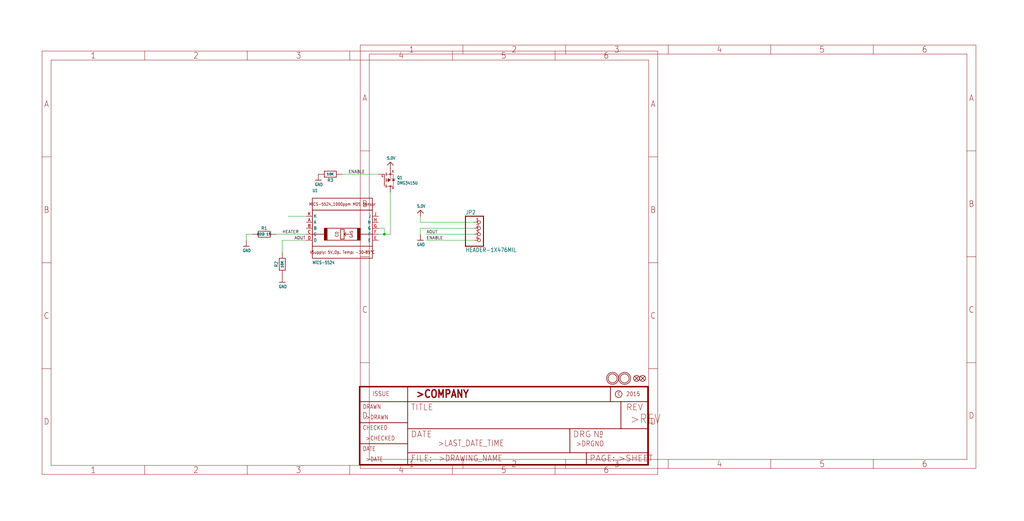
<source format=kicad_sch>
(kicad_sch (version 20211123) (generator eeschema)
  (paper "User" 433.07 220.421)
  (lib_symbols
    (symbol "schematicEagle-eagle-import:5.0V" (power)
      (property "Value" "5.0V" (at -1.524 1.016 0))
      (symbol "5.0V_1_0"
        (polyline (pts (xy -1.27 -1.27) (xy 0 0)) (stroke (width 0.254)))
        (polyline (pts (xy 0 0) (xy 1.27 -1.27)) (stroke (width 0.254)))
        (pin power_in line (at 0 -2.54 90) (length 2.54) (name "5.0V") (number "1"))
      )
    )
    (symbol "schematicEagle-eagle-import:FIDUCIAL{dblquote}{dblquote}"
      (symbol "FIDUCIAL{dblquote}{dblquote}_1_0"
        (polyline (pts (xy -0.762 0.762) (xy 0.762 -0.762)) (stroke (width 0.254)))
        (polyline (pts (xy 0.762 0.762) (xy -0.762 -0.762)) (stroke (width 0.254)))
        (circle (center 0 0) (radius 1.27) (stroke (width 0.254)))
      )
    )
    (symbol "schematicEagle-eagle-import:FRAME_A4"
      (symbol "FRAME_A4_0_0"
        (polyline (pts (xy 0 44.7675) (xy 3.81 44.7675)))
        (polyline (pts (xy 0 89.535) (xy 3.81 89.535)))
        (polyline (pts (xy 0 134.3025) (xy 3.81 134.3025)))
        (polyline (pts (xy 3.81 3.81) (xy 3.81 175.26)))
        (polyline (pts (xy 43.3917 0) (xy 43.3917 3.81)))
        (polyline (pts (xy 43.3917 175.26) (xy 43.3917 179.07)))
        (polyline (pts (xy 86.7833 0) (xy 86.7833 3.81)))
        (polyline (pts (xy 86.7833 175.26) (xy 86.7833 179.07)))
        (polyline (pts (xy 130.175 0) (xy 130.175 3.81)))
        (polyline (pts (xy 130.175 175.26) (xy 130.175 179.07)))
        (polyline (pts (xy 173.5667 0) (xy 173.5667 3.81)))
        (polyline (pts (xy 173.5667 175.26) (xy 173.5667 179.07)))
        (polyline (pts (xy 216.9583 0) (xy 216.9583 3.81)))
        (polyline (pts (xy 216.9583 175.26) (xy 216.9583 179.07)))
        (polyline (pts (xy 256.54 3.81) (xy 3.81 3.81)))
        (polyline (pts (xy 256.54 3.81) (xy 256.54 175.26)))
        (polyline (pts (xy 256.54 44.7675) (xy 260.35 44.7675)))
        (polyline (pts (xy 256.54 89.535) (xy 260.35 89.535)))
        (polyline (pts (xy 256.54 134.3025) (xy 260.35 134.3025)))
        (polyline (pts (xy 256.54 175.26) (xy 3.81 175.26)))
        (polyline (pts (xy 0 0) (xy 260.35 0) (xy 260.35 179.07) (xy 0 179.07) (xy 0 0)))
        (text "1" (at 21.6958 1.905 0) (effects (font (size 2.54 2.286))))
        (text "1" (at 21.6958 177.165 0) (effects (font (size 2.54 2.286))))
        (text "2" (at 65.0875 1.905 0) (effects (font (size 2.54 2.286))))
        (text "2" (at 65.0875 177.165 0) (effects (font (size 2.54 2.286))))
        (text "3" (at 108.4792 1.905 0) (effects (font (size 2.54 2.286))))
        (text "3" (at 108.4792 177.165 0) (effects (font (size 2.54 2.286))))
        (text "4" (at 151.8708 1.905 0) (effects (font (size 2.54 2.286))))
        (text "4" (at 151.8708 177.165 0) (effects (font (size 2.54 2.286))))
        (text "5" (at 195.2625 1.905 0) (effects (font (size 2.54 2.286))))
        (text "5" (at 195.2625 177.165 0) (effects (font (size 2.54 2.286))))
        (text "6" (at 238.6542 1.905 0) (effects (font (size 2.54 2.286))))
        (text "6" (at 238.6542 177.165 0) (effects (font (size 2.54 2.286))))
        (text "A" (at 1.905 156.6863 0) (effects (font (size 2.54 2.286))))
        (text "A" (at 258.445 156.6863 0) (effects (font (size 2.54 2.286))))
        (text "B" (at 1.905 111.9188 0) (effects (font (size 2.54 2.286))))
        (text "B" (at 258.445 111.9188 0) (effects (font (size 2.54 2.286))))
        (text "C" (at 1.905 67.1513 0) (effects (font (size 2.54 2.286))))
        (text "C" (at 258.445 67.1513 0) (effects (font (size 2.54 2.286))))
        (text "D" (at 1.905 22.3838 0) (effects (font (size 2.54 2.286))))
        (text "D" (at 258.445 22.3838 0) (effects (font (size 2.54 2.286))))
      )
      (symbol "FRAME_A4_1_0"
        (polyline (pts (xy 256.54 3.81) (xy 256.54 8.89)) (stroke (width 0.1016)))
        (polyline (pts (xy 256.54 8.89) (xy 256.54 13.97)) (stroke (width 0.1016)))
        (polyline (pts (xy 256.54 13.97) (xy 256.54 19.05)) (stroke (width 0.1016)))
        (polyline (pts (xy 256.54 19.05) (xy 256.54 36.83)) (stroke (width 0.1016)))
      )
      (symbol "FRAME_A4_2_0"
        (polyline (pts (xy -0.3048 1.5748) (xy 20.0152 1.5748)) (stroke (width 0.6096)))
        (polyline (pts (xy -0.3048 10.4648) (xy -0.3048 1.5748)) (stroke (width 0.6096)))
        (polyline (pts (xy -0.3048 10.4648) (xy 20.0152 10.4648)) (stroke (width 0.3048)))
        (polyline (pts (xy -0.3048 19.3548) (xy -0.3048 10.4648)) (stroke (width 0.6096)))
        (polyline (pts (xy -0.3048 19.3548) (xy 20.0152 19.3548)) (stroke (width 0.3048)))
        (polyline (pts (xy -0.3048 28.2448) (xy -0.3048 19.3548)) (stroke (width 0.6096)))
        (polyline (pts (xy -0.3048 28.2448) (xy 20.0152 28.2448)) (stroke (width 0.3048)))
        (polyline (pts (xy -0.3048 34.5948) (xy -0.3048 28.2448)) (stroke (width 0.6096)))
        (polyline (pts (xy 20.0152 1.5748) (xy 20.0152 6.6548)) (stroke (width 0.3048)))
        (polyline (pts (xy 20.0152 1.5748) (xy 95.5802 1.5748)) (stroke (width 0.6096)))
        (polyline (pts (xy 20.0152 6.6548) (xy 20.0152 10.4648)) (stroke (width 0.3048)))
        (polyline (pts (xy 20.0152 6.6548) (xy 88.5952 6.6548)) (stroke (width 0.3048)))
        (polyline (pts (xy 20.0152 10.4648) (xy 20.0152 16.8148)) (stroke (width 0.3048)))
        (polyline (pts (xy 20.0152 16.8148) (xy 20.0152 19.3548)) (stroke (width 0.3048)))
        (polyline (pts (xy 20.0152 19.3548) (xy 20.0152 28.2448)) (stroke (width 0.3048)))
        (polyline (pts (xy 20.0152 28.2448) (xy 20.0152 34.5948)) (stroke (width 0.3048)))
        (polyline (pts (xy 20.0152 28.2448) (xy 105.7402 28.2448)) (stroke (width 0.3048)))
        (polyline (pts (xy 20.0152 34.5948) (xy -0.3048 34.5948)) (stroke (width 0.6096)))
        (polyline (pts (xy 88.5952 6.6548) (xy 95.5802 6.6548)) (stroke (width 0.3048)))
        (polyline (pts (xy 88.5952 16.8148) (xy 20.0152 16.8148)) (stroke (width 0.3048)))
        (polyline (pts (xy 88.5952 16.8148) (xy 88.5952 6.6548)) (stroke (width 0.3048)))
        (polyline (pts (xy 95.5802 1.5748) (xy 121.6152 1.5748)) (stroke (width 0.6096)))
        (polyline (pts (xy 95.5802 6.6548) (xy 95.5802 1.5748)) (stroke (width 0.3048)))
        (polyline (pts (xy 95.5802 6.6548) (xy 121.6152 6.6548)) (stroke (width 0.3048)))
        (polyline (pts (xy 101.2952 13.3223) (xy 102.2477 13.3223)) (stroke (width 0.254)))
        (polyline (pts (xy 105.7402 28.2448) (xy 105.7402 34.5948)) (stroke (width 0.3048)))
        (polyline (pts (xy 105.7402 28.2448) (xy 110.1852 28.2448)) (stroke (width 0.3048)))
        (polyline (pts (xy 105.7402 34.5948) (xy 20.0152 34.5948)) (stroke (width 0.6096)))
        (polyline (pts (xy 110.1852 16.8148) (xy 88.5952 16.8148)) (stroke (width 0.3048)))
        (polyline (pts (xy 110.1852 28.2448) (xy 110.1852 16.8148)) (stroke (width 0.3048)))
        (polyline (pts (xy 110.1852 28.2448) (xy 121.6152 28.2448)) (stroke (width 0.3048)))
        (polyline (pts (xy 121.6152 6.6548) (xy 121.6152 1.5748)) (stroke (width 0.6096)))
        (polyline (pts (xy 121.6152 16.8148) (xy 110.1852 16.8148)) (stroke (width 0.3048)))
        (polyline (pts (xy 121.6152 16.8148) (xy 121.6152 6.6548)) (stroke (width 0.6096)))
        (polyline (pts (xy 121.6152 28.2448) (xy 121.6152 16.8148)) (stroke (width 0.6096)))
        (polyline (pts (xy 121.6152 34.5948) (xy 105.7402 34.5948)) (stroke (width 0.6096)))
        (polyline (pts (xy 121.6152 34.5948) (xy 121.6152 28.2448)) (stroke (width 0.6096)))
        (circle (center 109.2327 31.4198) (radius 1.4199) (stroke (width 0.254)))
        (text "2015" (at 112.4077 30.4673 0) (effects (font (size 1.778 1.5113)) (justify left bottom)))
        (text ">CHECKED" (at 2.2352 11.7348 0) (effects (font (size 1.778 1.5113)) (justify left bottom)))
        (text ">COMPANY" (at 23.349 29.6735 0) (effects (font (size 3.175 2.6987) (thickness 0.5397) bold) (justify left bottom)))
        (text ">DATE" (at 2.2352 2.8448 0) (effects (font (size 1.778 1.5113)) (justify left bottom)))
        (text ">DRAWING_NAME" (at 33.0327 2.8448 0) (effects (font (size 2.54 2.159)) (justify left bottom)))
        (text ">DRAWN" (at 2.2352 20.6248 0) (effects (font (size 1.778 1.5113)) (justify left bottom)))
        (text ">DRGNO" (at 91.1352 9.1948 0) (effects (font (size 2.1844 1.8567)) (justify left bottom)))
        (text ">LAST_DATE_TIME" (at 32.7152 9.1948 0) (effects (font (size 2.54 2.159)) (justify left bottom)))
        (text ">REV" (at 113.9952 18.7198 0) (effects (font (size 3.81 3.2385)) (justify left bottom)))
        (text ">SHEET" (at 108.9152 2.8448 0) (effects (font (size 2.54 2.54)) (justify left bottom)))
        (text "C" (at 108.7564 30.7848 0) (effects (font (size 1.27 1.0795)) (justify left bottom)))
        (text "CHECKED" (at 0.9652 16.1798 0) (effects (font (size 1.778 1.5113)) (justify left bottom)))
        (text "DATE" (at 0.9652 7.2898 0) (effects (font (size 1.778 1.5113)) (justify left bottom)))
        (text "DATE" (at 21.2852 13.0048 0) (effects (font (size 2.54 2.54)) (justify left bottom)))
        (text "DRAWN" (at 0.9652 25.0698 0) (effects (font (size 1.778 1.5113)) (justify left bottom)))
        (text "DRG" (at 89.8652 13.0048 0) (effects (font (size 2.54 2.54)) (justify left bottom)))
        (text "FILE:" (at 21.2852 2.8448 0) (effects (font (size 2.54 2.54)) (justify left bottom)))
        (text "ISSUE" (at 5.0927 30.4673 0) (effects (font (size 1.9304 1.6408)) (justify left bottom)))
        (text "N" (at 98.4377 13.0048 0) (effects (font (size 2.54 2.54)) (justify left bottom)))
        (text "o" (at 100.9777 13.9573 0) (effects (font (size 2.1844 1.8567)) (justify left bottom)))
        (text "PAGE:" (at 96.8502 2.8448 0) (effects (font (size 2.54 2.54)) (justify left bottom)))
        (text "REV" (at 112.4077 24.4348 0) (effects (font (size 2.54 2.54)) (justify left bottom)))
        (text "TITLE" (at 21.2852 24.4348 0) (effects (font (size 2.54 2.54)) (justify left bottom)))
      )
    )
    (symbol "schematicEagle-eagle-import:GND" (power)
      (property "Value" "GND" (at -1.524 -2.54 0))
      (symbol "GND_1_0"
        (polyline (pts (xy -1.27 0) (xy 1.27 0)) (stroke (width 0.254)))
        (pin power_in line (at 0 2.54 270) (length 2.54) (name "GND") (number "1"))
      )
    )
    (symbol "schematicEagle-eagle-import:HEADER-1X476MIL"
      (property "Reference" "JP" (at -6.35 8.255 0))
      (property "Value" "HEADER-1X476MIL" (at -6.35 -7.62 0))
      (symbol "HEADER-1X476MIL_1_0"
        (polyline (pts (xy -6.35 -5.08) (xy 1.27 -5.08)) (stroke (width 0.4064)))
        (polyline (pts (xy -6.35 7.62) (xy -6.35 -5.08)) (stroke (width 0.4064)))
        (polyline (pts (xy 1.27 -5.08) (xy 1.27 7.62)) (stroke (width 0.4064)))
        (polyline (pts (xy 1.27 7.62) (xy -6.35 7.62)) (stroke (width 0.4064)))
        (pin passive inverted (at -2.54 5.08 0) (length 2.54) (name "1") (number "1"))
        (pin passive inverted (at -2.54 2.54 0) (length 2.54) (name "2") (number "2"))
        (pin passive inverted (at -2.54 0 0) (length 2.54) (name "3") (number "3"))
        (pin passive inverted (at -2.54 -2.54 0) (length 2.54) (name "4") (number "4"))
      )
    )
    (symbol "schematicEagle-eagle-import:MICS-5524"
      (property "Reference" "U" (at -12.7 15.24 0))
      (property "Value" "MICS-5524" (at -12.7 -15.24 0))
      (symbol "MICS-5524_1_0"
        (rectangle (start -7.62 -5.08) (end -6.35 0) (fill (type outline)))
        (polyline (pts (xy -12.7 -12.7) (xy 12.7 -12.7)) (stroke (width 0.254)))
        (polyline (pts (xy -12.7 -7.62) (xy -12.7 -12.7)) (stroke (width 0.254)))
        (polyline (pts (xy -12.7 -7.62) (xy -12.7 -2.54)) (stroke (width 0.254)))
        (polyline (pts (xy -12.7 -2.54) (xy -12.7 -7.62)) (stroke (width 0.254)))
        (polyline (pts (xy -12.7 -2.54) (xy -12.7 7.62)) (stroke (width 0.254)))
        (polyline (pts (xy -12.7 -2.54) (xy -7.62 -2.54)) (stroke (width 0.254)))
        (polyline (pts (xy -12.7 7.62) (xy -12.7 -2.54)) (stroke (width 0.254)))
        (polyline (pts (xy -12.7 7.62) (xy -12.7 12.7)) (stroke (width 0.254)))
        (polyline (pts (xy -12.7 7.62) (xy 12.7 7.62)) (stroke (width 0.254)))
        (polyline (pts (xy -12.7 12.7) (xy 12.7 12.7)) (stroke (width 0.254)))
        (polyline (pts (xy -7.62 -5.08) (xy 7.62 -5.08)) (stroke (width 0.254)))
        (polyline (pts (xy -7.62 -2.54) (xy -7.62 -5.08)) (stroke (width 0.254)))
        (polyline (pts (xy -7.62 0) (xy -7.62 -2.54)) (stroke (width 0.254)))
        (polyline (pts (xy -0.762 -4.572) (xy -0.762 -0.508)) (stroke (width 0.254)))
        (polyline (pts (xy -0.762 -0.508) (xy 0.762 -0.508)) (stroke (width 0.254)))
        (polyline (pts (xy 0.762 -4.572) (xy -0.762 -4.572)) (stroke (width 0.254)))
        (polyline (pts (xy 0.762 -2.54) (xy 0.762 -4.572)) (stroke (width 0.254)))
        (polyline (pts (xy 0.762 -2.54) (xy 1.524 -3.302)) (stroke (width 0.254)))
        (polyline (pts (xy 0.762 -2.54) (xy 1.524 -1.778)) (stroke (width 0.254)))
        (polyline (pts (xy 0.762 -0.508) (xy 0.762 -2.54)) (stroke (width 0.254)))
        (polyline (pts (xy 1.016 -2.54) (xy 2.794 -2.54)) (stroke (width 0.254)))
        (polyline (pts (xy 7.62 -5.08) (xy 7.62 -2.54)) (stroke (width 0.254)))
        (polyline (pts (xy 7.62 -2.54) (xy 7.62 0)) (stroke (width 0.254)))
        (polyline (pts (xy 7.62 0) (xy -7.62 0)) (stroke (width 0.254)))
        (polyline (pts (xy 12.7 -12.7) (xy 12.7 -7.62)) (stroke (width 0.254)))
        (polyline (pts (xy 12.7 -7.62) (xy -12.7 -7.62)) (stroke (width 0.254)))
        (polyline (pts (xy 12.7 -2.54) (xy 7.62 -2.54)) (stroke (width 0.254)))
        (polyline (pts (xy 12.7 -2.54) (xy 12.7 -7.62)) (stroke (width 0.254)))
        (polyline (pts (xy 12.7 7.62) (xy -12.7 7.62)) (stroke (width 0.254)))
        (polyline (pts (xy 12.7 7.62) (xy 12.7 -2.54)) (stroke (width 0.254)))
        (polyline (pts (xy 12.7 12.7) (xy 12.7 7.62)) (stroke (width 0.254)))
        (rectangle (start 6.35 -5.08) (end 7.62 0) (fill (type outline)))
        (text "CO" (at -2.286 -2.54 900) (effects (font (size 1.27 1.0795))))
        (text "GAS" (at 3.81 -2.54 900) (effects (font (size 1.27 1.0795))))
        (text "MiCS-5524_1000ppm MOS Sensor" (at 0 10.16 0) (effects (font (size 1.27 1.0795))))
        (text "VSupply: 5V_Op. Temp: -30~85°C" (at 0 -10.16 0) (effects (font (size 1.27 1.0795))))
        (pin bidirectional line (at -15.24 2.54 0) (length 2.54) (name "A") (number "A"))
        (pin bidirectional line (at -15.24 0 0) (length 2.54) (name "B") (number "B"))
        (pin bidirectional line (at -15.24 -2.54 0) (length 2.54) (name "C") (number "C"))
        (pin bidirectional line (at -15.24 -5.08 0) (length 2.54) (name "D") (number "D"))
        (pin bidirectional line (at 15.24 -5.08 180) (length 2.54) (name "E") (number "E"))
        (pin bidirectional line (at 15.24 -2.54 180) (length 2.54) (name "F") (number "F"))
        (pin bidirectional line (at 15.24 0 180) (length 2.54) (name "G") (number "G"))
        (pin bidirectional line (at 15.24 2.54 180) (length 2.54) (name "H") (number "H"))
        (pin bidirectional line (at 15.24 5.08 180) (length 2.54) (name "J") (number "J"))
        (pin bidirectional line (at -15.24 5.08 0) (length 2.54) (name "K") (number "K"))
      )
    )
    (symbol "schematicEagle-eagle-import:MOSFET-PWIDE"
      (property "Reference" "Q" (at 2.794 0.381 0))
      (property "Value" "MOSFET-PWIDE" (at 2.794 -1.905 0))
      (symbol "MOSFET-PWIDE_1_0"
        (circle (center 0 -2.54) (radius 0.3592))
        (polyline (pts (xy -2.54 -2.54) (xy -2.54 2.54)) (stroke (width 0.254)))
        (polyline (pts (xy -1.778 -3.175) (xy -1.778 -2.54)) (stroke (width 0.254)))
        (polyline (pts (xy -1.778 -2.54) (xy -1.778 -1.905)) (stroke (width 0.254)))
        (polyline (pts (xy -1.778 -2.54) (xy 1.27 -2.54)) (stroke (width 0.1524)))
        (polyline (pts (xy -1.778 -0.762) (xy -1.778 0)) (stroke (width 0.254)))
        (polyline (pts (xy -1.778 0) (xy -1.778 0.762)) (stroke (width 0.254)))
        (polyline (pts (xy -1.778 0) (xy 0 0)) (stroke (width 0.1524)))
        (polyline (pts (xy -1.778 1.905) (xy -1.778 2.54)) (stroke (width 0.254)))
        (polyline (pts (xy -1.778 2.54) (xy -1.778 3.175)) (stroke (width 0.254)))
        (polyline (pts (xy 0 0) (xy 0 2.54)) (stroke (width 0.1524)))
        (polyline (pts (xy 0 2.54) (xy -1.778 2.54)) (stroke (width 0.1524)))
        (polyline (pts (xy 0 2.54) (xy 1.27 2.54)) (stroke (width 0.1524)))
        (polyline (pts (xy 0.508 0.762) (xy 0.762 0.508)) (stroke (width 0.1524)))
        (polyline (pts (xy 0.762 0.508) (xy 1.27 0.508)) (stroke (width 0.1524)))
        (polyline (pts (xy 1.27 -2.54) (xy 1.27 0.508)) (stroke (width 0.1524)))
        (polyline (pts (xy 1.27 0.508) (xy 1.27 2.54)) (stroke (width 0.1524)))
        (polyline (pts (xy 1.27 0.508) (xy 1.778 0.508)) (stroke (width 0.1524)))
        (polyline (pts (xy 1.778 0.508) (xy 2.032 0.254)) (stroke (width 0.1524)))
        (polyline (pts (xy 0 0) (xy -1.016 0.762) (xy -1.016 -0.762)) (fill (type outline)))
        (polyline (pts (xy 1.27 0.508) (xy 1.778 -0.254) (xy 0.762 -0.254)) (fill (type outline)))
        (circle (center 0 2.54) (radius 0.3592))
        (text "D" (at 0.635 -3.81 0) (effects (font (size 0.8128 0.6908)) (justify left bottom)))
        (text "G" (at -3.81 1.27 0) (effects (font (size 0.8128 0.6908)) (justify left bottom)))
        (text "S" (at 0.635 3.175 0) (effects (font (size 0.8128 0.6908)) (justify left bottom)))
        (pin passive line (at -5.08 2.54 0) (length 2.54) (name "G") (number "1"))
        (pin passive line (at 0 5.08 270) (length 2.54) (name "S") (number "2"))
        (pin passive line (at 0 -5.08 90) (length 2.54) (name "D") (number "3"))
      )
    )
    (symbol "schematicEagle-eagle-import:MOUNTINGHOLE2.5"
      (symbol "MOUNTINGHOLE2.5_1_0"
        (circle (center 0 0) (radius 1.905) (stroke (width 0.254)))
        (circle (center 0 0) (radius 2.54) (stroke (width 0.254)))
      )
    )
    (symbol "schematicEagle-eagle-import:RESISTOR0805_NOOUTLINE"
      (property "Reference" "R" (at 0 2.54 0))
      (property "Value" "RESISTOR0805_NOOUTLINE" (at 0 0 0))
      (symbol "RESISTOR0805_NOOUTLINE_1_0"
        (polyline (pts (xy -2.54 -1.27) (xy -2.54 1.27)) (stroke (width 0.254)))
        (polyline (pts (xy -2.54 1.27) (xy 2.54 1.27)) (stroke (width 0.254)))
        (polyline (pts (xy 2.54 -1.27) (xy -2.54 -1.27)) (stroke (width 0.254)))
        (polyline (pts (xy 2.54 1.27) (xy 2.54 -1.27)) (stroke (width 0.254)))
        (pin passive line (at -5.08 0 0) (length 2.54) (name "1") (number "1"))
        (pin passive line (at 5.08 0 180) (length 2.54) (name "2") (number "2"))
      )
    )
  )
  (junction (at 162.56 99.06))
  (wire (pts (xy 177.8 96.52) (xy 177.8 99.06)))
  (wire (pts (xy 165.1 99.06) (xy 165.1 81.28)))
  (wire (pts (xy 129.54 91.44) (xy 121.92 91.44)))
  (wire (pts (xy 162.56 99.06) (xy 160.02 99.06)))
  (wire (pts (xy 119.38 101.6) (xy 119.38 106.68)))
  (wire (pts (xy 200.66 101.6) (xy 180.34 101.6)))
  (wire (pts (xy 129.54 101.6) (xy 119.38 101.6)))
  (wire (pts (xy 160.02 96.52) (xy 162.56 96.52)))
  (wire (pts (xy 165.1 99.06) (xy 162.56 99.06)))
  (wire (pts (xy 129.54 99.06) (xy 116.84 99.06)))
  (wire (pts (xy 104.14 99.06) (xy 104.14 101.6)))
  (wire (pts (xy 177.8 93.98) (xy 177.8 91.44)))
  (wire (pts (xy 200.66 93.98) (xy 177.8 93.98)))
  (wire (pts (xy 106.68 99.06) (xy 104.14 99.06)))
  (wire (pts (xy 162.56 96.52) (xy 162.56 99.06)))
  (wire (pts (xy 200.66 99.06) (xy 180.34 99.06)))
  (wire (pts (xy 200.66 96.52) (xy 177.8 96.52)))
  (wire (pts (xy 144.78 73.66) (xy 160.02 73.66)))
  (label "ENABLE" (at 180.34 101.6 0) (effects (font (size 1.2446 1.2446))))
  (label "HEATER" (at 119.38 99.06 0) (effects (font (size 1.2446 1.2446))))
  (label "AOUT" (at 180.34 99.06 0) (effects (font (size 1.2446 1.2446))))
  (label "ENABLE" (at 147.32 73.66 0) (effects (font (size 1.2446 1.2446))))
  (label "AOUT" (at 124.46 101.6 0) (effects (font (size 1.2446 1.2446))))
  (symbol (lib_id "schematicEagle-eagle-import:GND") (at 177.8 101.6 0) (unit 1)
    (property "Reference" "#U$6" (effects hide))
    (property "Value" "GND" (at 176.276 104.14 0) (effects (font (size 1.27 1.0795)) (justify left bottom)))
    (property "Footprint" "schematicEagle:" (effects hide))
  )
  (symbol (lib_id "schematicEagle-eagle-import:FRAME_A4") (at 17.78 200.66 0) (unit 1)
    (property "Reference" "#FRAME1" (effects hide))
    (property "Value" "FRAME_A4" (effects hide))
    (property "Footprint" "schematicEagle:" (effects hide))
  )
  (symbol (lib_id "schematicEagle-eagle-import:RESISTOR0805_NOOUTLINE") (at 119.38 111.76 90) (unit 1)
    (property "Reference" "R2" (at 116.84 111.76 0))
    (property "Value" "10K" (at 119.38 111.76 0) (effects (font (size 1.016 1.016) bold)))
    (property "Footprint" "schematicEagle:0805-NO" (effects hide))
  )
  (symbol (lib_id "schematicEagle-eagle-import:FIDUCIAL{dblquote}{dblquote}") (at 271.78 160.02 0) (unit 1)
    (property "Reference" "FID1" (effects hide))
    (property "Value" "FIDUCIAL\"\"" (effects hide))
    (property "Footprint" "schematicEagle:FIDUCIAL_1MM" (effects hide))
  )
  (symbol (lib_id "schematicEagle-eagle-import:GND") (at 104.14 104.14 0) (unit 1)
    (property "Reference" "#U$2" (effects hide))
    (property "Value" "GND" (at 102.616 106.68 0) (effects (font (size 1.27 1.0795)) (justify left bottom)))
    (property "Footprint" "schematicEagle:" (effects hide))
  )
  (symbol (lib_id "schematicEagle-eagle-import:RESISTOR0805_NOOUTLINE") (at 139.7 73.66 180) (unit 1)
    (property "Reference" "R3" (at 139.7 76.2 0))
    (property "Value" "10K" (at 139.7 73.66 0) (effects (font (size 1.016 1.016) bold)))
    (property "Footprint" "schematicEagle:0805-NO" (effects hide))
  )
  (symbol (lib_id "schematicEagle-eagle-import:MOUNTINGHOLE2.5") (at 264.16 160.02 0) (unit 1)
    (property "Reference" "U$3" (effects hide))
    (property "Value" "MOUNTINGHOLE2.5" (effects hide))
    (property "Footprint" "schematicEagle:MOUNTINGHOLE_2.5_PLATED" (effects hide))
  )
  (symbol (lib_id "schematicEagle-eagle-import:GND") (at 119.38 119.38 0) (unit 1)
    (property "Reference" "#U$8" (effects hide))
    (property "Value" "GND" (at 117.856 121.92 0) (effects (font (size 1.27 1.0795)) (justify left bottom)))
    (property "Footprint" "schematicEagle:" (effects hide))
  )
  (symbol (lib_id "schematicEagle-eagle-import:5.0V") (at 177.8 88.9 0) (unit 1)
    (property "Reference" "#U$5" (effects hide))
    (property "Value" "5.0V" (at 176.276 87.884 0) (effects (font (size 1.27 1.0795)) (justify left bottom)))
    (property "Footprint" "schematicEagle:" (effects hide))
  )
  (symbol (lib_id "schematicEagle-eagle-import:FIDUCIAL{dblquote}{dblquote}") (at 269.24 160.02 0) (unit 1)
    (property "Reference" "FID2" (effects hide))
    (property "Value" "FIDUCIAL\"\"" (effects hide))
    (property "Footprint" "schematicEagle:FIDUCIAL_1MM" (effects hide))
  )
  (symbol (lib_id "schematicEagle-eagle-import:GND") (at 134.62 76.2 0) (unit 1)
    (property "Reference" "#U$1" (effects hide))
    (property "Value" "GND" (at 133.096 78.74 0) (effects (font (size 1.27 1.0795)) (justify left bottom)))
    (property "Footprint" "schematicEagle:" (effects hide))
  )
  (symbol (lib_id "schematicEagle-eagle-import:HEADER-1X476MIL") (at 203.2 99.06 0) (unit 1)
    (property "Reference" "JP2" (at 196.85 90.805 0) (effects (font (size 1.778 1.5113)) (justify left bottom)))
    (property "Value" "HEADER-1X476MIL" (at 196.85 106.68 0) (effects (font (size 1.778 1.5113)) (justify left bottom)))
    (property "Footprint" "schematicEagle:1X04_ROUND_76" (effects hide))
  )
  (symbol (lib_id "schematicEagle-eagle-import:MOSFET-PWIDE") (at 165.1 76.2 0) (unit 1)
    (property "Reference" "Q1" (at 167.894 75.819 0) (effects (font (size 1.27 1.0795)) (justify left bottom)))
    (property "Value" "DMG3415U" (at 167.894 78.105 0) (effects (font (size 1.27 1.0795)) (justify left bottom)))
    (property "Footprint" "schematicEagle:SOT23-WIDE" (effects hide))
  )
  (symbol (lib_id "schematicEagle-eagle-import:MICS-5524") (at 144.78 96.52 0) (unit 1)
    (property "Reference" "U1" (at 132.08 81.28 0) (effects (font (size 1.27 1.0795)) (justify left bottom)))
    (property "Value" "MiCS-5524" (at 132.08 111.76 0) (effects (font (size 1.27 1.0795)) (justify left bottom)))
    (property "Footprint" "schematicEagle:MICS-5524" (effects hide))
  )
  (symbol (lib_id "schematicEagle-eagle-import:MOUNTINGHOLE2.5") (at 259.08 160.02 0) (unit 1)
    (property "Reference" "U$4" (effects hide))
    (property "Value" "MOUNTINGHOLE2.5" (effects hide))
    (property "Footprint" "schematicEagle:MOUNTINGHOLE_2.5_PLATED" (effects hide))
  )
  (symbol (lib_id "schematicEagle-eagle-import:RESISTOR0805_NOOUTLINE") (at 111.76 99.06 0) (unit 1)
    (property "Reference" "R1" (at 111.76 96.52 0))
    (property "Value" "82Ω 1%" (at 111.76 99.06 0) (effects (font (size 1.016 1.016) bold)))
    (property "Footprint" "schematicEagle:0805-NO" (effects hide))
  )
  (symbol (lib_id "schematicEagle-eagle-import:5.0V") (at 165.1 68.58 0) (unit 1)
    (property "Reference" "#U$9" (effects hide))
    (property "Value" "5.0V" (at 163.576 67.564 0) (effects (font (size 1.27 1.0795)) (justify left bottom)))
    (property "Footprint" "schematicEagle:" (effects hide))
  )
  (symbol (lib_id "schematicEagle-eagle-import:FRAME_A4") (at 152.4 198.12 0) (unit 2)
    (property "Reference" "#FRAME1" (effects hide))
    (property "Value" "FRAME_A4" (effects hide))
    (property "Footprint" "schematicEagle:" (effects hide))
  )
)
</source>
